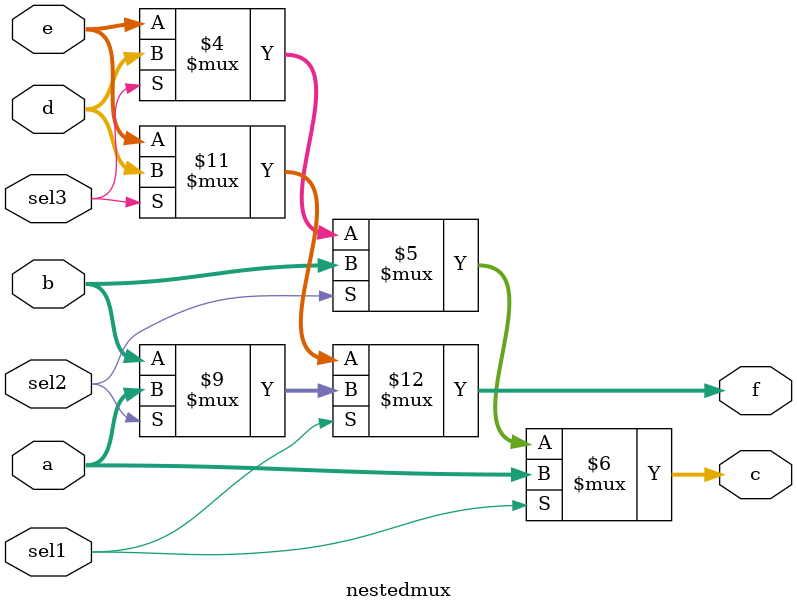
<source format=v>
`timescale 1ns/1ns


module	nestedmux(a,b,c,d,e,f,sel1,sel2,sel3);
input		[3:0] a,b,d,e;
input				sel1, sel2, sel3;
output	[3:0] c,f;
wire 		[3:0] c,f;


assign c = (sel1 == 1)? a :
			  (sel2 == 1)? b :
			  (sel3 == 1)? d : e ;
			  
assign f = (sel1 == 1)? ((sel2 == 1)? a : b) :
						((sel3 == 1)? d : e) ;

endmodule

</source>
